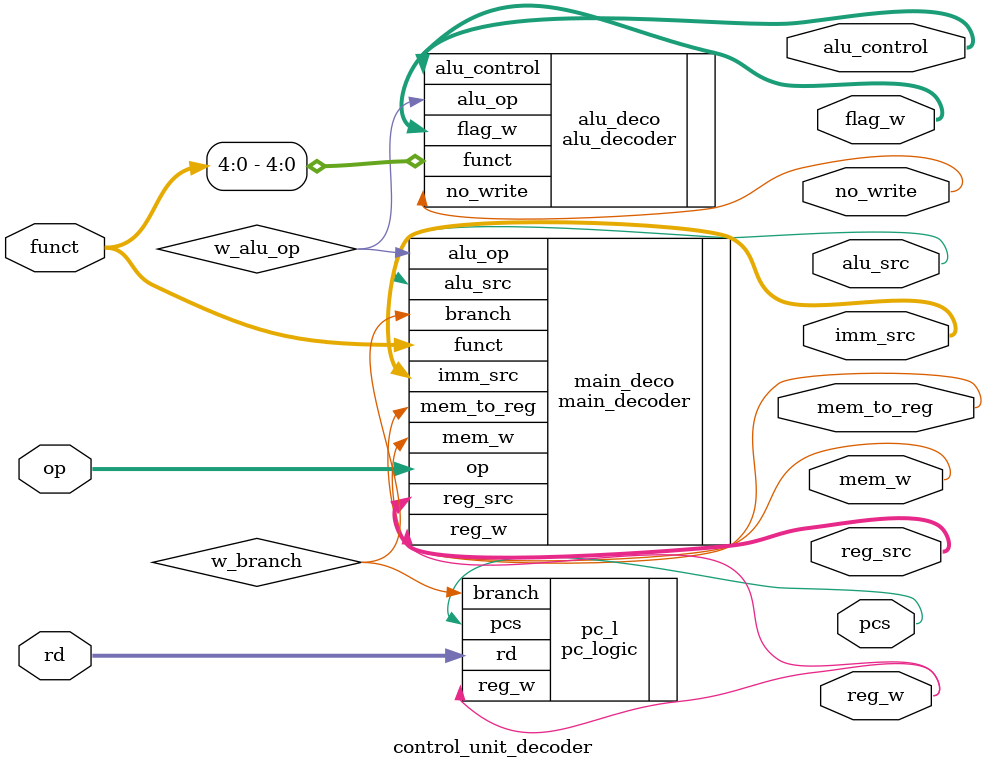
<source format=sv>
/*
Decoder del Control Unit
Diseño basado en la figura 7.16 (b) del libro
Digital Design and Computer Architecture ARM Editon
de Sarah L. Harries & David Money Harries.
*/
module control_unit_decoder(op, funct, rd,
                            flag_w, pcs, reg_w, mem_w, no_write,
                            mem_to_reg, alu_src, imm_src, reg_src, alu_control);

    input  logic [1:0]          op;
    input  logic [5:0]       funct;
    input  logic [3:0]          rd;

    output logic [1:0]      flag_w;
    output logic               pcs;
    output logic             reg_w;
    output logic             mem_w;
    output logic          no_write;

    output logic        mem_to_reg;
    output logic           alu_src;
    output logic [1:0]     imm_src;
    output logic [1:0]     reg_src;
    output logic [3:0] alu_control;

    wire w_branch;
    wire w_alu_op;

    /* PC Logic */ /* tb done */
    pc_logic pc_l (.rd(rd),
                   .branch(w_branch),
                   .reg_w(reg_w),
                   .pcs(pcs));

    /* Main Decoder */ /* tb done */
    main_decoder main_deco (.op(op),
                            .funct(funct),
                            .branch(w_branch),
                            .reg_w(reg_w),
                            .mem_w(mem_w),
                            .mem_to_reg(mem_to_reg),
                            .alu_src(alu_src),
                            .imm_src(imm_src),
                            .reg_src(reg_src),
                            .alu_op(w_alu_op));

    /* ALU Decoder */ /* tb done */
    alu_decoder alu_deco (.funct(funct[4:0]),
                          .alu_op(w_alu_op),
                          .no_write(no_write),
                          .alu_control(alu_control),
                          .flag_w(flag_w));

endmodule

</source>
